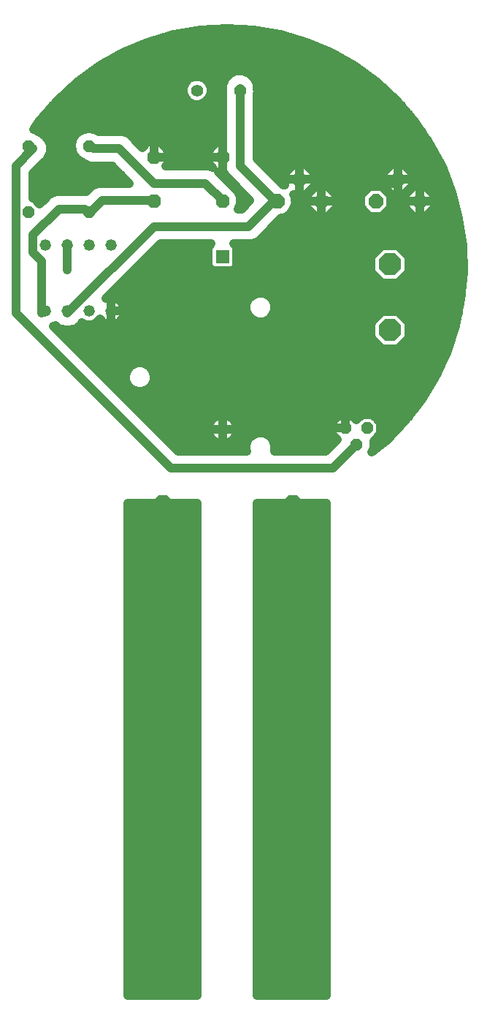
<source format=gbl>
G75*
%MOIN*%
%OFA0B0*%
%FSLAX25Y25*%
%IPPOS*%
%LPD*%
%AMOC8*
5,1,8,0,0,1.08239X$1,22.5*
%
%ADD10R,0.05937X0.05937*%
%ADD11C,0.05937*%
%ADD12OC8,0.07600*%
%ADD13C,0.05512*%
%ADD14OC8,0.06600*%
%ADD15OC8,0.05200*%
%ADD16C,0.05200*%
%ADD17OC8,0.10000*%
%ADD18OC8,0.06300*%
%ADD19C,0.03937*%
%ADD20C,0.03100*%
%ADD21C,0.02781*%
D10*
X0128913Y0359348D03*
D11*
X0128913Y0280608D03*
D12*
X0101551Y0246868D03*
X0160921Y0246868D03*
D13*
X0136866Y0435017D03*
X0117181Y0435017D03*
D14*
X0154110Y0384447D03*
X0164110Y0394447D03*
X0174110Y0384447D03*
X0198913Y0384447D03*
X0208913Y0394447D03*
X0218913Y0384447D03*
D15*
X0194937Y0281080D03*
X0189937Y0273580D03*
X0184937Y0281080D03*
X0067929Y0379663D03*
X0067929Y0409663D03*
X0040370Y0409663D03*
X0040370Y0379663D03*
D16*
X0047929Y0364387D03*
X0057929Y0364387D03*
X0067929Y0364387D03*
X0077929Y0364387D03*
X0077929Y0334387D03*
X0067929Y0334387D03*
X0057929Y0334387D03*
X0047929Y0334387D03*
D17*
X0205331Y0325726D03*
X0205331Y0355726D03*
D18*
X0128953Y0384663D03*
X0128953Y0404663D03*
X0097457Y0404663D03*
X0097457Y0384663D03*
D19*
X0085577Y0022616D02*
X0117210Y0022616D01*
X0117210Y0247025D01*
X0085577Y0247025D01*
X0085577Y0022616D01*
X0085577Y0022674D02*
X0117210Y0022674D01*
X0117210Y0026609D02*
X0085577Y0026609D01*
X0085577Y0030545D02*
X0117210Y0030545D01*
X0117210Y0034480D02*
X0085577Y0034480D01*
X0085577Y0038416D02*
X0117210Y0038416D01*
X0117210Y0042351D02*
X0085577Y0042351D01*
X0085577Y0046287D02*
X0117210Y0046287D01*
X0117210Y0050222D02*
X0085577Y0050222D01*
X0085577Y0054158D02*
X0117210Y0054158D01*
X0117210Y0058094D02*
X0085577Y0058094D01*
X0085577Y0062029D02*
X0117210Y0062029D01*
X0117210Y0065965D02*
X0085577Y0065965D01*
X0085577Y0069900D02*
X0117210Y0069900D01*
X0117210Y0073836D02*
X0085577Y0073836D01*
X0085577Y0077771D02*
X0117210Y0077771D01*
X0117210Y0081707D02*
X0085577Y0081707D01*
X0085577Y0085642D02*
X0117210Y0085642D01*
X0117210Y0089578D02*
X0085577Y0089578D01*
X0085577Y0093513D02*
X0117210Y0093513D01*
X0117210Y0097449D02*
X0085577Y0097449D01*
X0085577Y0101384D02*
X0117210Y0101384D01*
X0117210Y0105320D02*
X0085577Y0105320D01*
X0085577Y0109255D02*
X0117210Y0109255D01*
X0117210Y0113191D02*
X0085577Y0113191D01*
X0085577Y0117126D02*
X0117210Y0117126D01*
X0117210Y0121062D02*
X0085577Y0121062D01*
X0085577Y0124997D02*
X0117210Y0124997D01*
X0117210Y0128933D02*
X0085577Y0128933D01*
X0085577Y0132868D02*
X0117210Y0132868D01*
X0117210Y0136804D02*
X0085577Y0136804D01*
X0085577Y0140739D02*
X0117210Y0140739D01*
X0117210Y0144675D02*
X0085577Y0144675D01*
X0085577Y0148610D02*
X0117210Y0148610D01*
X0117210Y0152546D02*
X0085577Y0152546D01*
X0085577Y0156482D02*
X0117210Y0156482D01*
X0117210Y0160417D02*
X0085577Y0160417D01*
X0085577Y0164353D02*
X0117210Y0164353D01*
X0117210Y0168288D02*
X0085577Y0168288D01*
X0085577Y0172224D02*
X0117210Y0172224D01*
X0117210Y0176159D02*
X0085577Y0176159D01*
X0085577Y0180095D02*
X0117210Y0180095D01*
X0117210Y0184030D02*
X0085577Y0184030D01*
X0085577Y0187966D02*
X0117210Y0187966D01*
X0117210Y0191901D02*
X0085577Y0191901D01*
X0085577Y0195837D02*
X0117210Y0195837D01*
X0117210Y0199772D02*
X0085577Y0199772D01*
X0085577Y0203708D02*
X0117210Y0203708D01*
X0117210Y0207643D02*
X0085577Y0207643D01*
X0085577Y0211579D02*
X0117210Y0211579D01*
X0117210Y0215514D02*
X0085577Y0215514D01*
X0085577Y0219450D02*
X0117210Y0219450D01*
X0117210Y0223385D02*
X0085577Y0223385D01*
X0085577Y0227321D02*
X0117210Y0227321D01*
X0117210Y0231256D02*
X0085577Y0231256D01*
X0085577Y0235192D02*
X0117210Y0235192D01*
X0117210Y0239127D02*
X0085577Y0239127D01*
X0085577Y0243063D02*
X0117210Y0243063D01*
X0117210Y0246998D02*
X0085577Y0246998D01*
X0104692Y0274547D02*
X0126464Y0274547D01*
X0126808Y0274405D02*
X0127635Y0274183D01*
X0128485Y0274071D01*
X0128913Y0274071D01*
X0128913Y0280608D01*
X0128913Y0280608D01*
X0122376Y0280608D01*
X0122376Y0281036D01*
X0122488Y0281886D01*
X0122710Y0282714D01*
X0123038Y0283505D01*
X0123466Y0284247D01*
X0123988Y0284927D01*
X0124594Y0285533D01*
X0125274Y0286055D01*
X0126016Y0286483D01*
X0126808Y0286811D01*
X0127635Y0287033D01*
X0128485Y0287145D01*
X0128913Y0287145D01*
X0128913Y0280608D01*
X0122376Y0280608D01*
X0122376Y0280179D01*
X0122488Y0279330D01*
X0122710Y0278502D01*
X0123038Y0277710D01*
X0123466Y0276968D01*
X0123988Y0276289D01*
X0124594Y0275683D01*
X0125274Y0275161D01*
X0126016Y0274732D01*
X0126808Y0274405D01*
X0128913Y0274547D02*
X0128913Y0274547D01*
X0128913Y0274071D02*
X0129342Y0274071D01*
X0130191Y0274183D01*
X0131019Y0274405D01*
X0131811Y0274732D01*
X0132553Y0275161D01*
X0133233Y0275683D01*
X0133839Y0276289D01*
X0134360Y0276968D01*
X0134789Y0277710D01*
X0135117Y0278502D01*
X0135339Y0279330D01*
X0135450Y0280179D01*
X0135450Y0280608D01*
X0135450Y0281036D01*
X0135339Y0281886D01*
X0135117Y0282714D01*
X0134789Y0283505D01*
X0134360Y0284247D01*
X0133839Y0284927D01*
X0133233Y0285533D01*
X0132553Y0286055D01*
X0131811Y0286483D01*
X0131019Y0286811D01*
X0130191Y0287033D01*
X0129342Y0287145D01*
X0128913Y0287145D01*
X0128913Y0280608D01*
X0128913Y0280608D01*
X0128913Y0280608D01*
X0128953Y0282458D01*
X0128913Y0282418D02*
X0128913Y0282418D01*
X0128914Y0280608D02*
X0135450Y0280608D01*
X0128914Y0280608D01*
X0128914Y0280608D01*
X0128913Y0280608D02*
X0128913Y0274071D01*
X0131363Y0274547D02*
X0140092Y0274547D01*
X0139715Y0273637D02*
X0139715Y0271043D01*
X0139879Y0270647D01*
X0108592Y0270647D01*
X0051761Y0327479D01*
X0052563Y0327841D01*
X0053099Y0327492D01*
X0053626Y0326964D01*
X0054398Y0326645D01*
X0055097Y0326188D01*
X0055831Y0326051D01*
X0056520Y0325765D01*
X0057355Y0325765D01*
X0058176Y0325612D01*
X0058906Y0325765D01*
X0059653Y0325765D01*
X0060424Y0326085D01*
X0061241Y0326257D01*
X0061857Y0326679D01*
X0062547Y0326964D01*
X0063137Y0327555D01*
X0063826Y0328026D01*
X0064234Y0328651D01*
X0064651Y0329068D01*
X0066702Y0328219D01*
X0069156Y0328219D01*
X0071423Y0329158D01*
X0072976Y0330711D01*
X0073224Y0330369D01*
X0073911Y0329682D01*
X0074696Y0329112D01*
X0075561Y0328671D01*
X0076485Y0328371D01*
X0077444Y0328219D01*
X0077929Y0328219D01*
X0077929Y0334387D01*
X0077929Y0334387D01*
X0077929Y0328219D01*
X0078415Y0328219D01*
X0079374Y0328371D01*
X0080297Y0328671D01*
X0081162Y0329112D01*
X0081948Y0329682D01*
X0082634Y0330369D01*
X0083205Y0331154D01*
X0083646Y0332020D01*
X0083946Y0332943D01*
X0084098Y0333902D01*
X0084098Y0334387D01*
X0077929Y0334387D01*
X0077929Y0334388D01*
X0077929Y0340556D01*
X0077444Y0340556D01*
X0076485Y0340404D01*
X0075747Y0340164D01*
X0100718Y0365135D01*
X0123717Y0365135D01*
X0122920Y0364338D01*
X0122376Y0363026D01*
X0122376Y0355670D01*
X0122920Y0354358D01*
X0123923Y0353354D01*
X0125235Y0352811D01*
X0132592Y0352811D01*
X0133903Y0353354D01*
X0134907Y0354358D01*
X0135450Y0355670D01*
X0135450Y0363026D01*
X0134907Y0364338D01*
X0134110Y0365135D01*
X0142330Y0365135D01*
X0145224Y0366334D01*
X0155599Y0376709D01*
X0156864Y0376905D01*
X0159540Y0378533D01*
X0161390Y0381061D01*
X0162131Y0384105D01*
X0161651Y0387200D01*
X0161422Y0387578D01*
X0164110Y0387578D01*
X0164110Y0394446D01*
X0164110Y0394446D01*
X0157242Y0394446D01*
X0157242Y0391788D01*
X0156582Y0391949D01*
X0144701Y0403830D01*
X0144701Y0433507D01*
X0144796Y0433767D01*
X0144701Y0436159D01*
X0144701Y0437568D01*
X0144638Y0437718D01*
X0144632Y0437881D01*
X0144041Y0439160D01*
X0143502Y0440462D01*
X0143387Y0440577D01*
X0143318Y0440725D01*
X0142283Y0441681D01*
X0141287Y0442677D01*
X0141136Y0442739D01*
X0141017Y0442850D01*
X0139695Y0443336D01*
X0138393Y0443876D01*
X0138230Y0443876D01*
X0138077Y0443932D01*
X0136669Y0443876D01*
X0135261Y0443876D01*
X0135110Y0443813D01*
X0134947Y0443807D01*
X0133668Y0443216D01*
X0132366Y0442677D01*
X0132251Y0442562D01*
X0132103Y0442493D01*
X0131148Y0441458D01*
X0130152Y0440462D01*
X0130089Y0440311D01*
X0129979Y0440192D01*
X0129492Y0438869D01*
X0128953Y0437568D01*
X0128953Y0437405D01*
X0128896Y0437252D01*
X0128953Y0435844D01*
X0128953Y0404663D01*
X0128953Y0399002D01*
X0128953Y0397945D01*
X0129391Y0397945D01*
X0130152Y0396108D01*
X0141439Y0384821D01*
X0137502Y0380884D01*
X0135910Y0380884D01*
X0136827Y0383097D01*
X0136827Y0386387D01*
X0135628Y0389281D01*
X0133413Y0391496D01*
X0126964Y0397945D01*
X0128953Y0397945D01*
X0128953Y0404663D01*
X0128953Y0404663D01*
X0128953Y0404663D01*
X0128953Y0411382D01*
X0126170Y0411382D01*
X0122234Y0407446D01*
X0122234Y0404663D01*
X0122234Y0401880D01*
X0124183Y0399932D01*
X0122645Y0400569D01*
X0102864Y0400569D01*
X0104175Y0401880D01*
X0104175Y0404663D01*
X0097457Y0404663D01*
X0097457Y0404663D01*
X0104175Y0404663D01*
X0104175Y0407446D01*
X0100240Y0411382D01*
X0097457Y0411382D01*
X0097457Y0404663D01*
X0097457Y0404663D01*
X0097457Y0411382D01*
X0094674Y0411382D01*
X0092290Y0408997D01*
X0086169Y0415118D01*
X0083275Y0416317D01*
X0072141Y0416317D01*
X0070747Y0417180D01*
X0067656Y0417687D01*
X0064606Y0416971D01*
X0062062Y0415143D01*
X0060412Y0412481D01*
X0059906Y0409390D01*
X0060621Y0406340D01*
X0062449Y0403796D01*
X0064974Y0402231D01*
X0065437Y0401767D01*
X0066293Y0401413D01*
X0067080Y0400925D01*
X0067726Y0400819D01*
X0068331Y0400569D01*
X0069257Y0400569D01*
X0070171Y0400419D01*
X0070809Y0400569D01*
X0078447Y0400569D01*
X0086321Y0392695D01*
X0072268Y0392695D01*
X0069374Y0391496D01*
X0066636Y0388758D01*
X0066601Y0388758D01*
X0065687Y0388907D01*
X0065050Y0388758D01*
X0052583Y0388758D01*
X0049689Y0387559D01*
X0047474Y0385344D01*
X0045444Y0383313D01*
X0042925Y0385832D01*
X0042339Y0385832D01*
X0042339Y0397307D01*
X0047454Y0402422D01*
X0048205Y0402962D01*
X0048551Y0403519D01*
X0049014Y0403982D01*
X0049368Y0404838D01*
X0049856Y0405625D01*
X0049962Y0406271D01*
X0050213Y0406876D01*
X0050213Y0407802D01*
X0050362Y0408716D01*
X0050213Y0409354D01*
X0050213Y0410009D01*
X0049858Y0410864D01*
X0049647Y0411766D01*
X0049265Y0412298D01*
X0049014Y0412903D01*
X0048359Y0413558D01*
X0047819Y0414309D01*
X0047262Y0414655D01*
X0046799Y0415118D01*
X0045943Y0415472D01*
X0043188Y0417180D01*
X0042742Y0417254D01*
X0045418Y0421171D01*
X0053489Y0430492D01*
X0062570Y0438832D01*
X0072542Y0446082D01*
X0083277Y0452147D01*
X0094633Y0456949D01*
X0106463Y0460424D01*
X0118612Y0462527D01*
X0130921Y0463231D01*
X0143231Y0462527D01*
X0155380Y0460424D01*
X0167209Y0456949D01*
X0178565Y0452147D01*
X0189300Y0446082D01*
X0199273Y0438832D01*
X0208354Y0430492D01*
X0216424Y0421171D01*
X0223379Y0410990D01*
X0229128Y0400083D01*
X0233595Y0388591D01*
X0236723Y0376664D01*
X0238470Y0364459D01*
X0238813Y0352134D01*
X0237749Y0339851D01*
X0235291Y0327769D01*
X0231472Y0316046D01*
X0226340Y0304835D01*
X0219963Y0294283D01*
X0212424Y0284526D01*
X0203822Y0275693D01*
X0197091Y0270201D01*
X0197850Y0272034D01*
X0197850Y0275166D01*
X0197820Y0275240D01*
X0201105Y0278525D01*
X0201105Y0283635D01*
X0197492Y0287249D01*
X0192382Y0287249D01*
X0189937Y0284804D01*
X0187492Y0287249D01*
X0184937Y0287249D01*
X0182382Y0287249D01*
X0178769Y0283635D01*
X0178769Y0281080D01*
X0178769Y0278525D01*
X0181267Y0276027D01*
X0175888Y0270647D01*
X0152594Y0270647D01*
X0152757Y0271043D01*
X0152757Y0273637D01*
X0151765Y0276034D01*
X0149930Y0277869D01*
X0147533Y0278861D01*
X0144939Y0278861D01*
X0142542Y0277869D01*
X0140708Y0276034D01*
X0139715Y0273637D01*
X0144024Y0278483D02*
X0135109Y0278483D01*
X0135196Y0282418D02*
X0178769Y0282418D01*
X0178769Y0281080D02*
X0184937Y0281080D01*
X0178769Y0281080D01*
X0178811Y0278483D02*
X0148448Y0278483D01*
X0152381Y0274547D02*
X0179788Y0274547D01*
X0184937Y0281080D02*
X0184937Y0281080D01*
X0184937Y0287249D01*
X0184937Y0281080D01*
X0184937Y0281080D01*
X0184937Y0282418D02*
X0184937Y0282418D01*
X0184937Y0286354D02*
X0184937Y0286354D01*
X0181487Y0286354D02*
X0132036Y0286354D01*
X0128913Y0286354D02*
X0128913Y0286354D01*
X0125791Y0286354D02*
X0092886Y0286354D01*
X0096821Y0282418D02*
X0122631Y0282418D01*
X0122718Y0278483D02*
X0100757Y0278483D01*
X0105331Y0262773D02*
X0034465Y0333639D01*
X0034465Y0400569D01*
X0042339Y0408443D01*
X0040370Y0409663D01*
X0044728Y0416226D02*
X0063569Y0416226D01*
X0060380Y0412290D02*
X0049270Y0412290D01*
X0050303Y0408355D02*
X0060148Y0408355D01*
X0062001Y0404419D02*
X0049195Y0404419D01*
X0045515Y0400484D02*
X0069775Y0400484D01*
X0070447Y0400484D02*
X0078532Y0400484D01*
X0082468Y0396548D02*
X0042339Y0396548D01*
X0042339Y0392613D02*
X0072071Y0392613D01*
X0073835Y0384821D02*
X0069898Y0380884D01*
X0067929Y0379663D01*
X0065961Y0380884D01*
X0054150Y0380884D01*
X0042339Y0369072D01*
X0042339Y0361198D01*
X0046276Y0357261D01*
X0046276Y0333639D01*
X0047929Y0334387D01*
X0053531Y0325709D02*
X0057657Y0325709D01*
X0058638Y0325709D02*
X0196762Y0325709D01*
X0196762Y0322177D02*
X0201782Y0317158D01*
X0208880Y0317158D01*
X0213899Y0322177D01*
X0213899Y0329275D01*
X0208880Y0334295D01*
X0201782Y0334295D01*
X0196762Y0329275D01*
X0196762Y0322177D01*
X0197166Y0321773D02*
X0057466Y0321773D01*
X0061402Y0317838D02*
X0201101Y0317838D01*
X0197131Y0329644D02*
X0147644Y0329644D01*
X0147533Y0329598D02*
X0149930Y0330591D01*
X0151765Y0332426D01*
X0152757Y0334823D01*
X0152757Y0337417D01*
X0151765Y0339814D01*
X0149930Y0341648D01*
X0147533Y0342641D01*
X0144939Y0342641D01*
X0142542Y0341648D01*
X0140708Y0339814D01*
X0139715Y0337417D01*
X0139715Y0334823D01*
X0140708Y0332426D01*
X0142542Y0330591D01*
X0144939Y0329598D01*
X0147533Y0329598D01*
X0144828Y0329644D02*
X0081895Y0329644D01*
X0084047Y0333580D02*
X0140230Y0333580D01*
X0139756Y0337515D02*
X0083258Y0337515D01*
X0083205Y0337620D02*
X0082634Y0338406D01*
X0081948Y0339093D01*
X0081162Y0339663D01*
X0080297Y0340104D01*
X0079374Y0340404D01*
X0078415Y0340556D01*
X0077929Y0340556D01*
X0077929Y0334388D01*
X0077929Y0334388D01*
X0084098Y0334388D01*
X0084098Y0334873D01*
X0083946Y0335832D01*
X0083646Y0336755D01*
X0083205Y0337620D01*
X0077929Y0337515D02*
X0077929Y0337515D01*
X0077929Y0334387D02*
X0077772Y0333639D01*
X0077929Y0333580D02*
X0077929Y0333580D01*
X0077929Y0329644D02*
X0077929Y0329644D01*
X0073963Y0329644D02*
X0071910Y0329644D01*
X0077034Y0341451D02*
X0142345Y0341451D01*
X0150127Y0341451D02*
X0237888Y0341451D01*
X0238229Y0345386D02*
X0080969Y0345386D01*
X0084905Y0349322D02*
X0199617Y0349322D01*
X0201782Y0347158D02*
X0196762Y0352177D01*
X0196762Y0359275D01*
X0201782Y0364295D01*
X0208880Y0364295D01*
X0213899Y0359275D01*
X0213899Y0352177D01*
X0208880Y0347158D01*
X0201782Y0347158D01*
X0196762Y0353257D02*
X0133669Y0353257D01*
X0135450Y0357193D02*
X0196762Y0357193D01*
X0198616Y0361129D02*
X0135450Y0361129D01*
X0134181Y0365064D02*
X0238383Y0365064D01*
X0238563Y0361129D02*
X0212046Y0361129D01*
X0213899Y0357193D02*
X0238672Y0357193D01*
X0238782Y0353257D02*
X0213899Y0353257D01*
X0211044Y0349322D02*
X0238570Y0349322D01*
X0237274Y0337515D02*
X0152717Y0337515D01*
X0152243Y0333580D02*
X0201067Y0333580D01*
X0209595Y0333580D02*
X0236474Y0333580D01*
X0235673Y0329644D02*
X0213530Y0329644D01*
X0213899Y0325709D02*
X0234620Y0325709D01*
X0233338Y0321773D02*
X0213496Y0321773D01*
X0209560Y0317838D02*
X0232055Y0317838D01*
X0230490Y0313902D02*
X0065337Y0313902D01*
X0069273Y0309967D02*
X0087927Y0309967D01*
X0087424Y0309758D02*
X0085590Y0307924D01*
X0084597Y0305527D01*
X0084597Y0302933D01*
X0085590Y0300536D01*
X0087424Y0298702D01*
X0089821Y0297709D01*
X0092415Y0297709D01*
X0094812Y0298702D01*
X0096647Y0300536D01*
X0097639Y0302933D01*
X0097639Y0305527D01*
X0096647Y0307924D01*
X0094812Y0309758D01*
X0092415Y0310751D01*
X0089821Y0310751D01*
X0087424Y0309758D01*
X0084806Y0306031D02*
X0073208Y0306031D01*
X0077144Y0302096D02*
X0084944Y0302096D01*
X0088731Y0298160D02*
X0081079Y0298160D01*
X0085015Y0294225D02*
X0219918Y0294225D01*
X0222306Y0298160D02*
X0093505Y0298160D01*
X0097293Y0302096D02*
X0224684Y0302096D01*
X0226887Y0306031D02*
X0097431Y0306031D01*
X0094309Y0309967D02*
X0228689Y0309967D01*
X0216877Y0290289D02*
X0088950Y0290289D01*
X0105331Y0262773D02*
X0179150Y0262773D01*
X0189976Y0273600D01*
X0191487Y0286354D02*
X0188387Y0286354D01*
X0198387Y0286354D02*
X0213836Y0286354D01*
X0210371Y0282418D02*
X0201105Y0282418D01*
X0201063Y0278483D02*
X0206539Y0278483D01*
X0202418Y0274547D02*
X0197850Y0274547D01*
X0197594Y0270612D02*
X0197261Y0270612D01*
X0176265Y0247025D02*
X0176265Y0022616D01*
X0144632Y0022616D01*
X0144632Y0247025D01*
X0176265Y0247025D01*
X0176265Y0246998D02*
X0144632Y0246998D01*
X0144632Y0243063D02*
X0176265Y0243063D01*
X0176265Y0239127D02*
X0144632Y0239127D01*
X0144632Y0235192D02*
X0176265Y0235192D01*
X0176265Y0231256D02*
X0144632Y0231256D01*
X0144632Y0227321D02*
X0176265Y0227321D01*
X0176265Y0223385D02*
X0144632Y0223385D01*
X0144632Y0219450D02*
X0176265Y0219450D01*
X0176265Y0215514D02*
X0144632Y0215514D01*
X0144632Y0211579D02*
X0176265Y0211579D01*
X0176265Y0207643D02*
X0144632Y0207643D01*
X0144632Y0203708D02*
X0176265Y0203708D01*
X0176265Y0199772D02*
X0144632Y0199772D01*
X0144632Y0195837D02*
X0176265Y0195837D01*
X0176265Y0191901D02*
X0144632Y0191901D01*
X0144632Y0187966D02*
X0176265Y0187966D01*
X0176265Y0184030D02*
X0144632Y0184030D01*
X0144632Y0180095D02*
X0176265Y0180095D01*
X0176265Y0176159D02*
X0144632Y0176159D01*
X0144632Y0172224D02*
X0176265Y0172224D01*
X0176265Y0168288D02*
X0144632Y0168288D01*
X0144632Y0164353D02*
X0176265Y0164353D01*
X0176265Y0160417D02*
X0144632Y0160417D01*
X0144632Y0156482D02*
X0176265Y0156482D01*
X0176265Y0152546D02*
X0144632Y0152546D01*
X0144632Y0148610D02*
X0176265Y0148610D01*
X0176265Y0144675D02*
X0144632Y0144675D01*
X0144632Y0140739D02*
X0176265Y0140739D01*
X0176265Y0136804D02*
X0144632Y0136804D01*
X0144632Y0132868D02*
X0176265Y0132868D01*
X0176265Y0128933D02*
X0144632Y0128933D01*
X0144632Y0124997D02*
X0176265Y0124997D01*
X0176265Y0121062D02*
X0144632Y0121062D01*
X0144632Y0117126D02*
X0176265Y0117126D01*
X0176265Y0113191D02*
X0144632Y0113191D01*
X0144632Y0109255D02*
X0176265Y0109255D01*
X0176265Y0105320D02*
X0144632Y0105320D01*
X0144632Y0101384D02*
X0176265Y0101384D01*
X0176265Y0097449D02*
X0144632Y0097449D01*
X0144632Y0093513D02*
X0176265Y0093513D01*
X0176265Y0089578D02*
X0144632Y0089578D01*
X0144632Y0085642D02*
X0176265Y0085642D01*
X0176265Y0081707D02*
X0144632Y0081707D01*
X0144632Y0077771D02*
X0176265Y0077771D01*
X0176265Y0073836D02*
X0144632Y0073836D01*
X0144632Y0069900D02*
X0176265Y0069900D01*
X0176265Y0065965D02*
X0144632Y0065965D01*
X0144632Y0062029D02*
X0176265Y0062029D01*
X0176265Y0058094D02*
X0144632Y0058094D01*
X0144632Y0054158D02*
X0176265Y0054158D01*
X0176265Y0050222D02*
X0144632Y0050222D01*
X0144632Y0046287D02*
X0176265Y0046287D01*
X0176265Y0042351D02*
X0144632Y0042351D01*
X0144632Y0038416D02*
X0176265Y0038416D01*
X0176265Y0034480D02*
X0144632Y0034480D01*
X0144632Y0030545D02*
X0176265Y0030545D01*
X0176265Y0026609D02*
X0144632Y0026609D01*
X0144632Y0022674D02*
X0176265Y0022674D01*
X0160921Y0246868D02*
X0160449Y0246898D01*
X0128913Y0278483D02*
X0128913Y0278483D01*
X0124157Y0353257D02*
X0088840Y0353257D01*
X0092776Y0357193D02*
X0122376Y0357193D01*
X0122376Y0361129D02*
X0096711Y0361129D01*
X0100647Y0365064D02*
X0123646Y0365064D01*
X0128953Y0384663D02*
X0128953Y0384821D01*
X0121079Y0392695D01*
X0097457Y0392695D01*
X0081709Y0408443D01*
X0069898Y0408443D01*
X0067929Y0409663D01*
X0055096Y0431968D02*
X0111599Y0431968D01*
X0111820Y0431435D02*
X0113599Y0429656D01*
X0115923Y0428693D01*
X0118439Y0428693D01*
X0120764Y0429656D01*
X0122543Y0431435D01*
X0123505Y0433759D01*
X0123505Y0436275D01*
X0122543Y0438600D01*
X0120764Y0440379D01*
X0118439Y0441342D01*
X0115923Y0441342D01*
X0113599Y0440379D01*
X0111820Y0438600D01*
X0110857Y0436275D01*
X0110857Y0433759D01*
X0111820Y0431435D01*
X0110857Y0435903D02*
X0059381Y0435903D01*
X0063955Y0439839D02*
X0113059Y0439839D01*
X0121304Y0439839D02*
X0129849Y0439839D01*
X0128950Y0435903D02*
X0123505Y0435903D01*
X0122763Y0431968D02*
X0128953Y0431968D01*
X0128953Y0428032D02*
X0051359Y0428032D01*
X0047952Y0424097D02*
X0128953Y0424097D01*
X0128953Y0420161D02*
X0044728Y0420161D01*
X0042339Y0388677D02*
X0052389Y0388677D01*
X0046872Y0384742D02*
X0044015Y0384742D01*
X0058087Y0365135D02*
X0057929Y0364387D01*
X0058087Y0365135D02*
X0058087Y0353324D01*
X0057929Y0334387D02*
X0058087Y0333639D01*
X0097457Y0373009D01*
X0140764Y0373009D01*
X0152575Y0384821D01*
X0154110Y0384447D01*
X0152575Y0384821D02*
X0136827Y0400569D01*
X0136827Y0436002D01*
X0136866Y0435017D01*
X0143760Y0439839D02*
X0197888Y0439839D01*
X0202462Y0435903D02*
X0144711Y0435903D01*
X0144701Y0431968D02*
X0206747Y0431968D01*
X0210483Y0428032D02*
X0144701Y0428032D01*
X0144701Y0424097D02*
X0213891Y0424097D01*
X0217114Y0420161D02*
X0144701Y0420161D01*
X0144701Y0416226D02*
X0219803Y0416226D01*
X0222491Y0412290D02*
X0144701Y0412290D01*
X0144701Y0408355D02*
X0224768Y0408355D01*
X0226843Y0404419D02*
X0144701Y0404419D01*
X0148047Y0400484D02*
X0160434Y0400484D01*
X0161265Y0401315D02*
X0157242Y0397292D01*
X0157242Y0394447D01*
X0164110Y0394447D01*
X0164110Y0401315D01*
X0161265Y0401315D01*
X0164110Y0401315D02*
X0164110Y0394447D01*
X0164110Y0394447D01*
X0164110Y0394446D01*
X0164110Y0387578D01*
X0166955Y0387578D01*
X0170979Y0391601D01*
X0170979Y0394446D01*
X0164110Y0394446D01*
X0164110Y0394447D01*
X0170979Y0394447D01*
X0170979Y0397292D01*
X0166955Y0401315D01*
X0164110Y0401315D01*
X0164110Y0400484D02*
X0164110Y0400484D01*
X0164110Y0396548D02*
X0164110Y0396548D01*
X0164110Y0392613D02*
X0164110Y0392613D01*
X0164110Y0388677D02*
X0164110Y0388677D01*
X0167242Y0387292D02*
X0167242Y0384447D01*
X0174110Y0384447D01*
X0174110Y0391315D01*
X0171265Y0391315D01*
X0167242Y0387292D01*
X0168054Y0388677D02*
X0168627Y0388677D01*
X0167242Y0384742D02*
X0162033Y0384742D01*
X0161203Y0380806D02*
X0168037Y0380806D01*
X0167242Y0381601D02*
X0167242Y0384446D01*
X0174110Y0384446D01*
X0174110Y0384446D01*
X0174110Y0377578D01*
X0171265Y0377578D01*
X0167242Y0381601D01*
X0170979Y0392613D02*
X0202045Y0392613D01*
X0202045Y0391601D02*
X0206068Y0387578D01*
X0208913Y0387578D01*
X0208913Y0394446D01*
X0208913Y0394446D01*
X0202045Y0394446D01*
X0202045Y0391601D01*
X0201758Y0391315D02*
X0196068Y0391315D01*
X0192045Y0387292D01*
X0192045Y0381601D01*
X0196068Y0377578D01*
X0201758Y0377578D01*
X0205782Y0381601D01*
X0205782Y0387292D01*
X0201758Y0391315D01*
X0202045Y0394447D02*
X0208913Y0394447D01*
X0208913Y0401315D01*
X0206068Y0401315D01*
X0202045Y0397292D01*
X0202045Y0394447D01*
X0202045Y0396548D02*
X0170979Y0396548D01*
X0167787Y0400484D02*
X0205237Y0400484D01*
X0208913Y0400484D02*
X0208913Y0400484D01*
X0208913Y0401315D02*
X0211758Y0401315D01*
X0215782Y0397292D01*
X0215782Y0394447D01*
X0208914Y0394447D01*
X0208914Y0394446D01*
X0215782Y0394446D01*
X0215782Y0391601D01*
X0211758Y0387578D01*
X0208913Y0387578D01*
X0208913Y0394446D01*
X0208913Y0394447D01*
X0208913Y0394447D01*
X0208913Y0401315D01*
X0208913Y0396548D02*
X0208913Y0396548D01*
X0208913Y0392613D02*
X0208913Y0392613D01*
X0207693Y0392695D02*
X0184071Y0392695D01*
X0180979Y0387292D02*
X0176955Y0391315D01*
X0174110Y0391315D01*
X0174110Y0384447D01*
X0174110Y0384447D01*
X0174110Y0384446D01*
X0174110Y0377578D01*
X0176955Y0377578D01*
X0180979Y0381601D01*
X0180979Y0384446D01*
X0174110Y0384446D01*
X0174110Y0384447D01*
X0176197Y0384821D01*
X0174110Y0384742D02*
X0174110Y0384742D01*
X0174110Y0384447D02*
X0180979Y0384447D01*
X0180979Y0387292D01*
X0179593Y0388677D02*
X0193430Y0388677D01*
X0192045Y0384742D02*
X0180979Y0384742D01*
X0180183Y0380806D02*
X0192840Y0380806D01*
X0204987Y0380806D02*
X0212840Y0380806D01*
X0212045Y0381601D02*
X0212045Y0384446D01*
X0218913Y0384446D01*
X0218913Y0384446D01*
X0218913Y0377578D01*
X0216068Y0377578D01*
X0212045Y0381601D01*
X0212045Y0384447D02*
X0218913Y0384447D01*
X0218913Y0391315D01*
X0216068Y0391315D01*
X0212045Y0387292D01*
X0212045Y0384447D01*
X0212045Y0384742D02*
X0205782Y0384742D01*
X0204969Y0388677D02*
X0204396Y0388677D01*
X0208913Y0388677D02*
X0208913Y0388677D01*
X0212858Y0388677D02*
X0213430Y0388677D01*
X0215782Y0392613D02*
X0232032Y0392613D01*
X0230502Y0396548D02*
X0215782Y0396548D01*
X0212590Y0400484D02*
X0228917Y0400484D01*
X0221758Y0391315D02*
X0225782Y0387292D01*
X0225782Y0384447D01*
X0218914Y0384447D01*
X0218914Y0384446D01*
X0225782Y0384446D01*
X0225782Y0381601D01*
X0221758Y0377578D01*
X0218913Y0377578D01*
X0218913Y0384446D01*
X0218913Y0384447D01*
X0218913Y0384447D01*
X0218913Y0391315D01*
X0221758Y0391315D01*
X0224396Y0388677D02*
X0233562Y0388677D01*
X0234605Y0384742D02*
X0225782Y0384742D01*
X0224987Y0380806D02*
X0235637Y0380806D01*
X0236669Y0376871D02*
X0156640Y0376871D01*
X0151825Y0372935D02*
X0237257Y0372935D01*
X0237820Y0369000D02*
X0147889Y0369000D01*
X0141360Y0384742D02*
X0136827Y0384742D01*
X0137583Y0388677D02*
X0135878Y0388677D01*
X0133413Y0391496D02*
X0133413Y0391496D01*
X0133647Y0392613D02*
X0132296Y0392613D01*
X0129969Y0396548D02*
X0128361Y0396548D01*
X0128953Y0399002D02*
X0128953Y0399002D01*
X0128953Y0400484D02*
X0128953Y0400484D01*
X0128953Y0404419D02*
X0128953Y0404419D01*
X0128953Y0404663D02*
X0122234Y0404663D01*
X0128953Y0404663D01*
X0128953Y0404663D01*
X0128953Y0408355D02*
X0128953Y0408355D01*
X0128953Y0412290D02*
X0088996Y0412290D01*
X0083494Y0416226D02*
X0128953Y0416226D01*
X0123143Y0408355D02*
X0103266Y0408355D01*
X0104175Y0404419D02*
X0122234Y0404419D01*
X0122850Y0400484D02*
X0123631Y0400484D01*
X0134877Y0443774D02*
X0069369Y0443774D01*
X0075424Y0447710D02*
X0186418Y0447710D01*
X0192474Y0443774D02*
X0138637Y0443774D01*
X0158468Y0459516D02*
X0103375Y0459516D01*
X0091399Y0455581D02*
X0170444Y0455581D01*
X0179453Y0451645D02*
X0082389Y0451645D01*
X0097457Y0408355D02*
X0097457Y0408355D01*
X0097457Y0384821D02*
X0097457Y0384663D01*
X0097457Y0384821D02*
X0073835Y0384821D01*
X0151983Y0396548D02*
X0157242Y0396548D01*
X0157242Y0392613D02*
X0155918Y0392613D01*
X0174110Y0388677D02*
X0174110Y0388677D01*
X0174110Y0380806D02*
X0174110Y0380806D01*
X0218913Y0380806D02*
X0218913Y0380806D01*
X0218913Y0384742D02*
X0218913Y0384742D01*
X0218913Y0388677D02*
X0218913Y0388677D01*
D20*
X0160449Y0235214D03*
X0160449Y0223403D03*
X0160449Y0211592D03*
X0160449Y0199781D03*
X0160449Y0187970D03*
X0160449Y0176159D03*
X0160449Y0164348D03*
X0160449Y0152537D03*
X0160449Y0140726D03*
X0160449Y0128915D03*
X0160449Y0117104D03*
X0160449Y0105293D03*
X0160449Y0093482D03*
X0160449Y0081671D03*
X0160449Y0069860D03*
X0160449Y0058049D03*
X0160449Y0046238D03*
X0160449Y0034427D03*
X0170291Y0040332D03*
X0170291Y0052143D03*
X0170291Y0063954D03*
X0170291Y0075765D03*
X0170291Y0087576D03*
X0170291Y0099387D03*
X0170291Y0111198D03*
X0170291Y0123009D03*
X0170291Y0134821D03*
X0170291Y0146632D03*
X0170291Y0158443D03*
X0170291Y0170254D03*
X0170291Y0182065D03*
X0170291Y0193876D03*
X0170291Y0205687D03*
X0170291Y0217498D03*
X0170291Y0229309D03*
X0150606Y0229309D03*
X0150606Y0217498D03*
X0150606Y0205687D03*
X0150606Y0193876D03*
X0150606Y0182065D03*
X0150606Y0170254D03*
X0150606Y0158443D03*
X0150606Y0146632D03*
X0150606Y0134821D03*
X0150606Y0123009D03*
X0150606Y0111198D03*
X0150606Y0099387D03*
X0150606Y0087576D03*
X0150606Y0075765D03*
X0150606Y0063954D03*
X0150606Y0052143D03*
X0150606Y0040332D03*
X0150606Y0028521D03*
X0170291Y0028521D03*
X0111236Y0028521D03*
X0111236Y0040332D03*
X0111236Y0052143D03*
X0111236Y0063954D03*
X0111236Y0075765D03*
X0111236Y0087576D03*
X0111236Y0099387D03*
X0111236Y0111198D03*
X0111236Y0123009D03*
X0111236Y0134821D03*
X0111236Y0146632D03*
X0111236Y0158443D03*
X0111236Y0170254D03*
X0111236Y0182065D03*
X0111236Y0193876D03*
X0111236Y0205687D03*
X0111236Y0217498D03*
X0111236Y0229309D03*
X0101394Y0235214D03*
X0101394Y0223403D03*
X0101394Y0211592D03*
X0101394Y0199781D03*
X0101394Y0187970D03*
X0101394Y0176159D03*
X0101394Y0164348D03*
X0101394Y0152537D03*
X0101394Y0140726D03*
X0101394Y0128915D03*
X0101394Y0117104D03*
X0101394Y0105293D03*
X0101394Y0093482D03*
X0101394Y0081671D03*
X0101394Y0069860D03*
X0101394Y0058049D03*
X0101394Y0046238D03*
X0101394Y0034427D03*
X0091551Y0040332D03*
X0091551Y0052143D03*
X0091551Y0063954D03*
X0091551Y0075765D03*
X0091551Y0087576D03*
X0091551Y0099387D03*
X0091551Y0111198D03*
X0091551Y0123009D03*
X0091551Y0134821D03*
X0091551Y0146632D03*
X0091551Y0158443D03*
X0091551Y0170254D03*
X0091551Y0182065D03*
X0091551Y0193876D03*
X0091551Y0205687D03*
X0091551Y0217498D03*
X0091551Y0229309D03*
X0091551Y0028521D03*
D21*
X0058087Y0353324D03*
M02*

</source>
